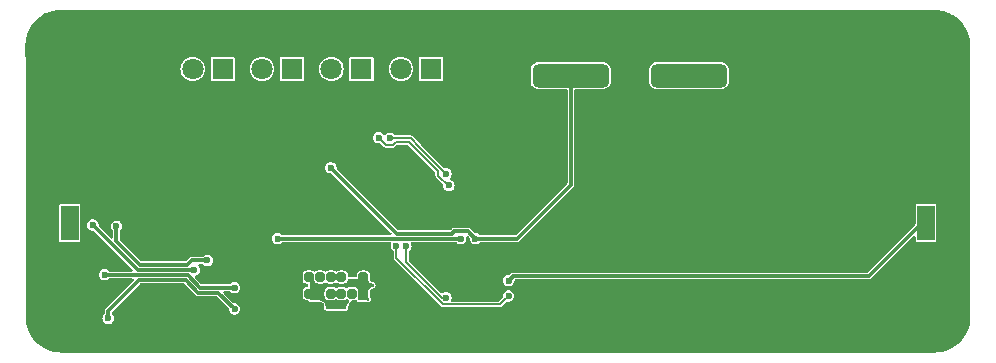
<source format=gbr>
%TF.GenerationSoftware,KiCad,Pcbnew,7.0.6-0*%
%TF.CreationDate,2023-11-12T21:55:04+01:00*%
%TF.ProjectId,smoke_extractorV1_1,736d6f6b-655f-4657-9874-726163746f72,rev?*%
%TF.SameCoordinates,Original*%
%TF.FileFunction,Copper,L2,Bot*%
%TF.FilePolarity,Positive*%
%FSLAX46Y46*%
G04 Gerber Fmt 4.6, Leading zero omitted, Abs format (unit mm)*
G04 Created by KiCad (PCBNEW 7.0.6-0) date 2023-11-12 21:55:04*
%MOMM*%
%LPD*%
G01*
G04 APERTURE LIST*
G04 Aperture macros list*
%AMRoundRect*
0 Rectangle with rounded corners*
0 $1 Rounding radius*
0 $2 $3 $4 $5 $6 $7 $8 $9 X,Y pos of 4 corners*
0 Add a 4 corners polygon primitive as box body*
4,1,4,$2,$3,$4,$5,$6,$7,$8,$9,$2,$3,0*
0 Add four circle primitives for the rounded corners*
1,1,$1+$1,$2,$3*
1,1,$1+$1,$4,$5*
1,1,$1+$1,$6,$7*
1,1,$1+$1,$8,$9*
0 Add four rect primitives between the rounded corners*
20,1,$1+$1,$2,$3,$4,$5,0*
20,1,$1+$1,$4,$5,$6,$7,0*
20,1,$1+$1,$6,$7,$8,$9,0*
20,1,$1+$1,$8,$9,$2,$3,0*%
G04 Aperture macros list end*
%TA.AperFunction,ComponentPad*%
%ADD10R,1.800000X1.800000*%
%TD*%
%TA.AperFunction,ComponentPad*%
%ADD11C,1.800000*%
%TD*%
%TA.AperFunction,ComponentPad*%
%ADD12RoundRect,0.200000X-0.200000X-0.200000X0.200000X-0.200000X0.200000X0.200000X-0.200000X0.200000X0*%
%TD*%
%TA.AperFunction,ComponentPad*%
%ADD13RoundRect,0.250000X-0.700000X-0.250000X0.700000X-0.250000X0.700000X0.250000X-0.700000X0.250000X0*%
%TD*%
%TA.AperFunction,ComponentPad*%
%ADD14C,5.700000*%
%TD*%
%TA.AperFunction,ComponentPad*%
%ADD15RoundRect,0.500000X-2.750000X-0.500000X2.750000X-0.500000X2.750000X0.500000X-2.750000X0.500000X0*%
%TD*%
%TA.AperFunction,ComponentPad*%
%ADD16R,1.500000X3.000000*%
%TD*%
%TA.AperFunction,ViaPad*%
%ADD17C,0.600000*%
%TD*%
%TA.AperFunction,Conductor*%
%ADD18C,0.300000*%
%TD*%
%TA.AperFunction,Conductor*%
%ADD19C,0.200000*%
%TD*%
G04 APERTURE END LIST*
D10*
%TO.P,D5,1,K*%
%TO.N,Net-(D2-K)*%
X98220697Y-70898060D03*
D11*
%TO.P,D5,2,A*%
%TO.N,Net-(D5-A)*%
X95680697Y-70898060D03*
%TD*%
D12*
%TO.P,U1,1,GND*%
%TO.N,VBAT-PROTECT*%
X86954275Y-88500000D03*
X86954275Y-89900000D03*
D13*
X88204275Y-87250000D03*
X88204275Y-91150000D03*
X92204275Y-87250000D03*
X92204275Y-91150000D03*
D12*
X93454275Y-88500000D03*
X93454275Y-89900000D03*
%TO.P,U1,2,VCC*%
%TO.N,VBUS*%
X87904275Y-88500000D03*
X87904275Y-89900000D03*
X92504275Y-88500000D03*
X92504275Y-89900000D03*
%TO.P,U1,3,CC1*%
%TO.N,Net-(U1-CC1)*%
X88854275Y-88500000D03*
%TO.P,U1,4,CC2*%
%TO.N,Net-(U1-CC2)*%
X91554275Y-89900000D03*
%TO.P,U1,5,D+*%
%TO.N,unconnected-(U1-D+-Pad5)*%
X89754275Y-88500000D03*
X90654275Y-89900000D03*
%TO.P,U1,6,D-*%
%TO.N,unconnected-(U1-D--Pad6)*%
X89754275Y-89900000D03*
X90654275Y-88500000D03*
%TD*%
D14*
%TO.P,H2,1,1*%
%TO.N,VBAT-PROTECT*%
X67400000Y-69400000D03*
%TD*%
D10*
%TO.P,D2,1,K*%
%TO.N,Net-(D2-K)*%
X80595697Y-70898060D03*
D11*
%TO.P,D2,2,A*%
%TO.N,Net-(D2-A)*%
X78055697Y-70898060D03*
%TD*%
D10*
%TO.P,D3,1,K*%
%TO.N,Net-(D2-K)*%
X86470697Y-70898060D03*
D11*
%TO.P,D3,2,A*%
%TO.N,Net-(D3-A)*%
X83930697Y-70898060D03*
%TD*%
D14*
%TO.P,H1,1,1*%
%TO.N,VBAT-PROTECT*%
X140400000Y-69400000D03*
%TD*%
D15*
%TO.P,U2,1,IN*%
%TO.N,+5V*%
X110072322Y-71455000D03*
%TO.P,U2,2,OUT*%
%TO.N,V5_SWITCH*%
X120072322Y-71455000D03*
%TD*%
D10*
%TO.P,D4,1,K*%
%TO.N,Net-(D2-K)*%
X92345697Y-70898060D03*
D11*
%TO.P,D4,2,A*%
%TO.N,Net-(D4-A)*%
X89805697Y-70898060D03*
%TD*%
D16*
%TO.P,U6,1,V+*%
%TO.N,VBAT+PROTECT*%
X140148053Y-83926017D03*
%TO.P,U6,2,V-*%
%TO.N,Net-(IC1-GND)*%
X67648053Y-83926017D03*
%TD*%
D17*
%TO.N,VBAT-PROTECT*%
X99500000Y-89000000D03*
X102100000Y-89800000D03*
X78750000Y-74050000D03*
X100500000Y-71750000D03*
X78750000Y-78300000D03*
X82250000Y-72750000D03*
X94000000Y-71750000D03*
X77100000Y-83900000D03*
X82250000Y-71500000D03*
X97250000Y-81000000D03*
X78750000Y-74900000D03*
X88000000Y-71500000D03*
X100500000Y-83250000D03*
X97750000Y-90250000D03*
X78750000Y-76600000D03*
X78750000Y-75750000D03*
X78750000Y-77450000D03*
%TO.N,+5V*%
X102000000Y-85250000D03*
X89750000Y-79250000D03*
%TO.N,Net-(IC1-VCC)*%
X81600000Y-89400000D03*
X70600000Y-88300000D03*
%TO.N,Net-(IC1-GND)*%
X81600000Y-91200000D03*
X70900000Y-92000000D03*
%TO.N,VBAT+PROTECT*%
X85250000Y-85250000D03*
X100750000Y-85250000D03*
X104800000Y-88800000D03*
%TO.N,Net-(U3-NEG_1)*%
X99750000Y-80750000D03*
X93800000Y-76700000D03*
%TO.N,Net-(U3-NEG_2)*%
X99500000Y-79750000D03*
X94750000Y-76750000D03*
%TO.N,Net-(U3-NEG3)*%
X96100000Y-85900000D03*
X99500000Y-90250000D03*
%TO.N,Net-(U3-NEG_4)*%
X95300000Y-85900000D03*
X104800000Y-90100000D03*
%TO.N,Net-(U5-~{CHRG})*%
X78200000Y-87900000D03*
X69600000Y-84100000D03*
%TO.N,Net-(U5-~{STDBY})*%
X71600000Y-84200000D03*
X79300000Y-87100000D03*
%TD*%
D18*
%TO.N,+5V*%
X110072322Y-80677678D02*
X110072322Y-71455000D01*
X100000000Y-84820000D02*
X95320000Y-84820000D01*
X101370000Y-84620000D02*
X100200000Y-84620000D01*
X102000000Y-85250000D02*
X101370000Y-84620000D01*
X95320000Y-84820000D02*
X89750000Y-79250000D01*
X102000000Y-85250000D02*
X105500000Y-85250000D01*
X100200000Y-84620000D02*
X100000000Y-84820000D01*
X105500000Y-85250000D02*
X110072322Y-80677678D01*
%TO.N,Net-(IC1-VCC)*%
X70630000Y-88330000D02*
X77630000Y-88330000D01*
X70600000Y-88300000D02*
X70630000Y-88330000D01*
X78700000Y-89400000D02*
X81600000Y-89400000D01*
X77630000Y-88330000D02*
X78700000Y-89400000D01*
%TO.N,Net-(IC1-GND)*%
X70900000Y-92000000D02*
X70900000Y-91350000D01*
X73490000Y-88760000D02*
X77451888Y-88760000D01*
X70900000Y-91350000D02*
X73490000Y-88760000D01*
X77451888Y-88760000D02*
X78521888Y-89830000D01*
X80230000Y-89830000D02*
X81600000Y-91200000D01*
X78521888Y-89830000D02*
X80230000Y-89830000D01*
%TO.N,VBAT+PROTECT*%
X139773983Y-83926017D02*
X140148053Y-83926017D01*
X104800000Y-88800000D02*
X105180000Y-88420000D01*
X135280000Y-88420000D02*
X139773983Y-83926017D01*
X100750000Y-85250000D02*
X85250000Y-85250000D01*
X105180000Y-88420000D02*
X135280000Y-88420000D01*
D19*
%TO.N,Net-(U3-NEG_1)*%
X95240244Y-77080000D02*
X94990244Y-77330000D01*
X96363310Y-77080000D02*
X95240244Y-77080000D01*
X99750000Y-80750000D02*
X99679756Y-80750000D01*
X98841655Y-79911899D02*
X98841655Y-79558345D01*
X98841655Y-79558345D02*
X96363310Y-77080000D01*
X99630000Y-80750000D02*
X99750000Y-80750000D01*
X94990244Y-77330000D02*
X94430000Y-77330000D01*
X99679756Y-80750000D02*
X98841655Y-79911899D01*
X94430000Y-77330000D02*
X93800000Y-76700000D01*
%TO.N,Net-(U3-NEG_2)*%
X96500000Y-76750000D02*
X94750000Y-76750000D01*
X99500000Y-79750000D02*
X97250000Y-77500000D01*
X97250000Y-77500000D02*
X96500000Y-76750000D01*
%TO.N,Net-(U3-NEG3)*%
X99500000Y-90250000D02*
X99146446Y-90250000D01*
X99146446Y-90250000D02*
X96100000Y-87203554D01*
X96100000Y-87203554D02*
X96100000Y-85900000D01*
%TO.N,Net-(U3-NEG_4)*%
X104070000Y-90830000D02*
X99259756Y-90830000D01*
X99259756Y-90830000D02*
X95300000Y-86870244D01*
X95300000Y-86870244D02*
X95300000Y-85900000D01*
X104600000Y-90300000D02*
X104070000Y-90830000D01*
D18*
%TO.N,Net-(U5-~{CHRG})*%
X73400000Y-87900000D02*
X78200000Y-87900000D01*
X69600000Y-84100000D02*
X73400000Y-87900000D01*
%TO.N,Net-(U5-~{STDBY})*%
X77600000Y-87470000D02*
X77970000Y-87100000D01*
X71600000Y-85491888D02*
X73578112Y-87470000D01*
X73578112Y-87470000D02*
X77600000Y-87470000D01*
X71600000Y-84200000D02*
X71600000Y-85491888D01*
X77970000Y-87100000D02*
X79300000Y-87100000D01*
%TD*%
%TA.AperFunction,Conductor*%
%TO.N,VBAT-PROTECT*%
G36*
X140847335Y-65900480D02*
G01*
X140847402Y-65900500D01*
X140898357Y-65900500D01*
X140901639Y-65900586D01*
X140944783Y-65902836D01*
X141031509Y-65907360D01*
X141215738Y-65917672D01*
X141221981Y-65918337D01*
X141371891Y-65941970D01*
X141535511Y-65969643D01*
X141541185Y-65970876D01*
X141692237Y-66011158D01*
X141847781Y-66055755D01*
X141852840Y-66057443D01*
X142000765Y-66113944D01*
X142148903Y-66174996D01*
X142153360Y-66177040D01*
X142295614Y-66249139D01*
X142356094Y-66282384D01*
X142435413Y-66325986D01*
X142439241Y-66328269D01*
X142573830Y-66415172D01*
X142684249Y-66493054D01*
X142703991Y-66506979D01*
X142707174Y-66509378D01*
X142831218Y-66609193D01*
X142833511Y-66611132D01*
X142951507Y-66715879D01*
X142954071Y-66718287D01*
X142987864Y-66751839D01*
X143067113Y-66830524D01*
X143069495Y-66833025D01*
X143175099Y-66950290D01*
X143177052Y-66952565D01*
X143248715Y-67040334D01*
X143277754Y-67075899D01*
X143280177Y-67079065D01*
X143372910Y-67208566D01*
X143460775Y-67342538D01*
X143463086Y-67346348D01*
X143540925Y-67485587D01*
X143614041Y-67627331D01*
X143616126Y-67631794D01*
X143678224Y-67779471D01*
X143735771Y-67926963D01*
X143737515Y-67932070D01*
X143783215Y-68087273D01*
X143824560Y-68237982D01*
X143825847Y-68243704D01*
X143854695Y-68407169D01*
X143879379Y-68556789D01*
X143880095Y-68563082D01*
X143891952Y-68751086D01*
X143899389Y-68876427D01*
X143899500Y-68880160D01*
X143899500Y-91898356D01*
X143899414Y-91901638D01*
X143892642Y-92031456D01*
X143882328Y-92215715D01*
X143881658Y-92222009D01*
X143858039Y-92371822D01*
X143830361Y-92535483D01*
X143829115Y-92541214D01*
X143788846Y-92692219D01*
X143744254Y-92847744D01*
X143742547Y-92852862D01*
X143686060Y-93000753D01*
X143625009Y-93148888D01*
X143622956Y-93153365D01*
X143550864Y-93295607D01*
X143474012Y-93435413D01*
X143471729Y-93439240D01*
X143384830Y-93573826D01*
X143293019Y-93703991D01*
X143290619Y-93707175D01*
X143190835Y-93831182D01*
X143188866Y-93833511D01*
X143084119Y-93951507D01*
X143081711Y-93954071D01*
X142969490Y-94067098D01*
X142966942Y-94069525D01*
X142849721Y-94175088D01*
X142847407Y-94177074D01*
X142724099Y-94277754D01*
X142720933Y-94280176D01*
X142591433Y-94372910D01*
X142457460Y-94460776D01*
X142453650Y-94463086D01*
X142314412Y-94540925D01*
X142172667Y-94614041D01*
X142168204Y-94616126D01*
X142020528Y-94678224D01*
X141873035Y-94735771D01*
X141867929Y-94737515D01*
X141712726Y-94783215D01*
X141562016Y-94824560D01*
X141556294Y-94825847D01*
X141392830Y-94854695D01*
X141243208Y-94879379D01*
X141236915Y-94880095D01*
X141048922Y-94891952D01*
X140923574Y-94899388D01*
X140919841Y-94899499D01*
X66911644Y-94898180D01*
X66908362Y-94898094D01*
X66776539Y-94891217D01*
X66594468Y-94881037D01*
X66588171Y-94880366D01*
X66436479Y-94856452D01*
X66274712Y-94829093D01*
X66268982Y-94827847D01*
X66116776Y-94787258D01*
X65962459Y-94743011D01*
X65957342Y-94741304D01*
X65808523Y-94684462D01*
X65661353Y-94623809D01*
X65656875Y-94621755D01*
X65513850Y-94549266D01*
X65374834Y-94472849D01*
X65371007Y-94470566D01*
X65235774Y-94383247D01*
X65106259Y-94291896D01*
X65103075Y-94289496D01*
X64978491Y-94189246D01*
X64976162Y-94187277D01*
X64858754Y-94083051D01*
X64856189Y-94080643D01*
X64742664Y-93967925D01*
X64740237Y-93965377D01*
X64635167Y-93848704D01*
X64633182Y-93846389D01*
X64532052Y-93722531D01*
X64529629Y-93719364D01*
X64437362Y-93590513D01*
X64408459Y-93546443D01*
X64349076Y-93455900D01*
X64346772Y-93452100D01*
X64269350Y-93313604D01*
X64195854Y-93171121D01*
X64193768Y-93166658D01*
X64132062Y-93019908D01*
X64110115Y-92963660D01*
X64074142Y-92871458D01*
X64072423Y-92866424D01*
X64027078Y-92712425D01*
X63985393Y-92560471D01*
X63984109Y-92554757D01*
X63971005Y-92480500D01*
X63955616Y-92393298D01*
X63930603Y-92241678D01*
X63929890Y-92235413D01*
X63918371Y-92052759D01*
X63910609Y-91921910D01*
X63910498Y-91918208D01*
X63910489Y-91899500D01*
X63907365Y-85438870D01*
X66767553Y-85438870D01*
X66775124Y-85476937D01*
X66801285Y-85516089D01*
X66803967Y-85520103D01*
X66847134Y-85548946D01*
X66885198Y-85556517D01*
X68410907Y-85556516D01*
X68448972Y-85548946D01*
X68492139Y-85520103D01*
X68520982Y-85476936D01*
X68528553Y-85438872D01*
X68528553Y-84100003D01*
X69114559Y-84100003D01*
X69134221Y-84236758D01*
X69134223Y-84236765D01*
X69191621Y-84362449D01*
X69282104Y-84466872D01*
X69398341Y-84541573D01*
X69530915Y-84580500D01*
X69631623Y-84580500D01*
X69699744Y-84600502D01*
X69720718Y-84617405D01*
X72937718Y-87834405D01*
X72971744Y-87896717D01*
X72966679Y-87967532D01*
X72924132Y-88024368D01*
X72857612Y-88049179D01*
X72848623Y-88049500D01*
X71076275Y-88049500D01*
X71008154Y-88029498D01*
X70981050Y-88006012D01*
X70954903Y-87975837D01*
X70917896Y-87933128D01*
X70917895Y-87933127D01*
X70859777Y-87895777D01*
X70801659Y-87858427D01*
X70669085Y-87819500D01*
X70530915Y-87819500D01*
X70398343Y-87858426D01*
X70398339Y-87858428D01*
X70282104Y-87933127D01*
X70191621Y-88037550D01*
X70134223Y-88163234D01*
X70134221Y-88163241D01*
X70114559Y-88299996D01*
X70114559Y-88300003D01*
X70134221Y-88436758D01*
X70134223Y-88436765D01*
X70191621Y-88562449D01*
X70282104Y-88666872D01*
X70398341Y-88741573D01*
X70530915Y-88780500D01*
X70669085Y-88780500D01*
X70801659Y-88741573D01*
X70917896Y-88666872D01*
X70929061Y-88653986D01*
X70988787Y-88615604D01*
X71024285Y-88610500D01*
X72938623Y-88610500D01*
X73006744Y-88630502D01*
X73053237Y-88684158D01*
X73063341Y-88754432D01*
X73033847Y-88819012D01*
X73027719Y-88825593D01*
X71866704Y-89986608D01*
X70743390Y-91109922D01*
X70736805Y-91115653D01*
X70728033Y-91122277D01*
X70698054Y-91155161D01*
X70696050Y-91157261D01*
X70683274Y-91170039D01*
X70683267Y-91170046D01*
X70682048Y-91171826D01*
X70676641Y-91178649D01*
X70657386Y-91199773D01*
X70657380Y-91199782D01*
X70655472Y-91204707D01*
X70641940Y-91230378D01*
X70638957Y-91234732D01*
X70638954Y-91234740D01*
X70632409Y-91262567D01*
X70629826Y-91270907D01*
X70619500Y-91297564D01*
X70619500Y-91302837D01*
X70616154Y-91331678D01*
X70614960Y-91336758D01*
X70614945Y-91336822D01*
X70618895Y-91365140D01*
X70619500Y-91373854D01*
X70619500Y-91543181D01*
X70599498Y-91611302D01*
X70587143Y-91625571D01*
X70588005Y-91626318D01*
X70491621Y-91737550D01*
X70434223Y-91863234D01*
X70434221Y-91863241D01*
X70414559Y-91999996D01*
X70414559Y-92000003D01*
X70434221Y-92136758D01*
X70434223Y-92136765D01*
X70491621Y-92262449D01*
X70582104Y-92366872D01*
X70698341Y-92441573D01*
X70830915Y-92480500D01*
X70969085Y-92480500D01*
X71101659Y-92441573D01*
X71217896Y-92366872D01*
X71308379Y-92262449D01*
X71365777Y-92136765D01*
X71377312Y-92056541D01*
X71385441Y-92000003D01*
X71385441Y-91999996D01*
X71365778Y-91863241D01*
X71365777Y-91863240D01*
X71365777Y-91863235D01*
X71308379Y-91737551D01*
X71217896Y-91633128D01*
X71217895Y-91633127D01*
X71211995Y-91626318D01*
X71214697Y-91623976D01*
X71185576Y-91578585D01*
X71180500Y-91543181D01*
X71180500Y-91518376D01*
X71200502Y-91450255D01*
X71217405Y-91429281D01*
X73569282Y-89077405D01*
X73631594Y-89043379D01*
X73658377Y-89040500D01*
X77283511Y-89040500D01*
X77351632Y-89060502D01*
X77372605Y-89077405D01*
X78281816Y-89986615D01*
X78287543Y-89993196D01*
X78294165Y-90001965D01*
X78327059Y-90031952D01*
X78329143Y-90033942D01*
X78341925Y-90046724D01*
X78343689Y-90047932D01*
X78350542Y-90053359D01*
X78371666Y-90072617D01*
X78376584Y-90074522D01*
X78402273Y-90088063D01*
X78406626Y-90091045D01*
X78434468Y-90097592D01*
X78442786Y-90100168D01*
X78469453Y-90110500D01*
X78474725Y-90110500D01*
X78503573Y-90113847D01*
X78508709Y-90115055D01*
X78527093Y-90112490D01*
X78537028Y-90111105D01*
X78545742Y-90110500D01*
X80061623Y-90110500D01*
X80129744Y-90130502D01*
X80150718Y-90147405D01*
X81081117Y-91077804D01*
X81115143Y-91140116D01*
X81116740Y-91184828D01*
X81114559Y-91199999D01*
X81114559Y-91200003D01*
X81134221Y-91336758D01*
X81134223Y-91336765D01*
X81191621Y-91462449D01*
X81282104Y-91566872D01*
X81398341Y-91641573D01*
X81530915Y-91680500D01*
X81669085Y-91680500D01*
X81801659Y-91641573D01*
X81917896Y-91566872D01*
X82008379Y-91462449D01*
X82065777Y-91336765D01*
X82069842Y-91308491D01*
X82085441Y-91200003D01*
X82085441Y-91199996D01*
X82065778Y-91063241D01*
X82065777Y-91063240D01*
X82065777Y-91063235D01*
X82008379Y-90937551D01*
X81917896Y-90833128D01*
X81917895Y-90833127D01*
X81826756Y-90774556D01*
X81801659Y-90758427D01*
X81669085Y-90719500D01*
X81568377Y-90719500D01*
X81500256Y-90699498D01*
X81479282Y-90682595D01*
X80696687Y-89900000D01*
X87318766Y-89900000D01*
X87338717Y-90051541D01*
X87358789Y-90100000D01*
X87366936Y-90119667D01*
X87375449Y-90151440D01*
X87380111Y-90186857D01*
X87429369Y-90292492D01*
X87511782Y-90374905D01*
X87511783Y-90374905D01*
X87511784Y-90374906D01*
X87617416Y-90424163D01*
X87652833Y-90428825D01*
X87684601Y-90437336D01*
X87752734Y-90465558D01*
X87806620Y-90472652D01*
X87871547Y-90501374D01*
X87885399Y-90515062D01*
X87896602Y-90527991D01*
X87902292Y-90536187D01*
X87933414Y-90556187D01*
X87969704Y-90579509D01*
X88037825Y-90599511D01*
X88075996Y-90604999D01*
X88075998Y-90605000D01*
X88076000Y-90605000D01*
X88683428Y-90605000D01*
X88691027Y-90605460D01*
X88735276Y-90610831D01*
X88770468Y-90615103D01*
X88799961Y-90622373D01*
X88819366Y-90629732D01*
X88841175Y-90638005D01*
X88841179Y-90638006D01*
X88864806Y-90644593D01*
X88909487Y-90652781D01*
X88923361Y-90654041D01*
X88926703Y-90654437D01*
X88954375Y-90658469D01*
X88991542Y-90669952D01*
X89029718Y-90688615D01*
X89063474Y-90712717D01*
X89091555Y-90740798D01*
X89115658Y-90774556D01*
X89134313Y-90812717D01*
X89145791Y-90849838D01*
X89146093Y-90851905D01*
X89144982Y-90859754D01*
X89151122Y-90887547D01*
X89151940Y-90892010D01*
X89152328Y-90894660D01*
X89154727Y-90911124D01*
X89155109Y-90911631D01*
X89160246Y-90928929D01*
X89161212Y-90933314D01*
X89162730Y-90937336D01*
X89164810Y-90944310D01*
X89165608Y-90947241D01*
X89195613Y-91068973D01*
X89199275Y-91099128D01*
X89199275Y-91124000D01*
X89199275Y-91124005D01*
X89199276Y-91124016D01*
X89202368Y-91152787D01*
X89202369Y-91152795D01*
X89213757Y-91205145D01*
X89243755Y-91265073D01*
X89281377Y-91308491D01*
X89287067Y-91316687D01*
X89310402Y-91331683D01*
X89354479Y-91360009D01*
X89422600Y-91380011D01*
X89460771Y-91385499D01*
X89460773Y-91385500D01*
X89460775Y-91385500D01*
X90947768Y-91385500D01*
X90947775Y-91385500D01*
X90959860Y-91384200D01*
X90976562Y-91382406D01*
X90976570Y-91382405D01*
X90976572Y-91382404D01*
X90976577Y-91382404D01*
X91028919Y-91371018D01*
X91088850Y-91341018D01*
X91132269Y-91303394D01*
X91140462Y-91297706D01*
X91142506Y-91294525D01*
X91142507Y-91294525D01*
X91183784Y-91230296D01*
X91203786Y-91162175D01*
X91209275Y-91124000D01*
X91209275Y-91099121D01*
X91212936Y-91068970D01*
X91217703Y-91049627D01*
X91242950Y-90947192D01*
X91243724Y-90944355D01*
X91245747Y-90937574D01*
X91246655Y-90936175D01*
X91248010Y-90930064D01*
X91248153Y-90929514D01*
X91248173Y-90929449D01*
X91248316Y-90928800D01*
X91252304Y-90921551D01*
X91255903Y-90896847D01*
X91255911Y-90896812D01*
X91256593Y-90892117D01*
X91257424Y-90887569D01*
X91261268Y-90870169D01*
X91261130Y-90869694D01*
X91262442Y-90851963D01*
X91262741Y-90849907D01*
X91274229Y-90812728D01*
X91292890Y-90774556D01*
X91316992Y-90740797D01*
X91357524Y-90700268D01*
X91359705Y-90697849D01*
X91362211Y-90695071D01*
X91362209Y-90695072D01*
X91380767Y-90672230D01*
X91405303Y-90625995D01*
X91422215Y-90570041D01*
X91461072Y-90510624D01*
X91525885Y-90481644D01*
X91542826Y-90480500D01*
X91592315Y-90480500D01*
X91592322Y-90480500D01*
X91705816Y-90465558D01*
X91773880Y-90437364D01*
X91844469Y-90429776D01*
X91907956Y-90461555D01*
X91921556Y-90477827D01*
X91927402Y-90484574D01*
X91927403Y-90484575D01*
X91951556Y-90512449D01*
X91965023Y-90527991D01*
X91970713Y-90536187D01*
X92001835Y-90556187D01*
X92038125Y-90579509D01*
X92106246Y-90599511D01*
X92144417Y-90604999D01*
X92144419Y-90605000D01*
X92144421Y-90605000D01*
X92683427Y-90605000D01*
X92691026Y-90605460D01*
X92777661Y-90615977D01*
X92785910Y-90617542D01*
X92818459Y-90625993D01*
X92818465Y-90625994D01*
X92818473Y-90625996D01*
X92872141Y-90633863D01*
X92872144Y-90633862D01*
X92872146Y-90633863D01*
X92939140Y-90626753D01*
X92939142Y-90626752D01*
X92939146Y-90626752D01*
X93005666Y-90601941D01*
X93066786Y-90556187D01*
X93109333Y-90499351D01*
X93136015Y-90427816D01*
X93141080Y-90357001D01*
X93141080Y-90356998D01*
X93124849Y-90282393D01*
X93121138Y-90275597D01*
X93119340Y-90272040D01*
X93079618Y-90186857D01*
X93069924Y-90166068D01*
X93059192Y-90129216D01*
X93059209Y-90129344D01*
X93058916Y-90127570D01*
X93066824Y-90058804D01*
X93069080Y-90053360D01*
X93069833Y-90051541D01*
X93089784Y-89900000D01*
X93069833Y-89748459D01*
X93066821Y-89741189D01*
X93058910Y-89672461D01*
X93059209Y-89670649D01*
X93059198Y-89670736D01*
X93069926Y-89633927D01*
X93082687Y-89606560D01*
X93107784Y-89570716D01*
X93124991Y-89553509D01*
X93160835Y-89528412D01*
X93188202Y-89515651D01*
X93225011Y-89504923D01*
X93224930Y-89504934D01*
X93224927Y-89504934D01*
X93227690Y-89504384D01*
X93233619Y-89503205D01*
X93273960Y-89492396D01*
X93282361Y-89489544D01*
X93282364Y-89489542D01*
X93282369Y-89489541D01*
X93282368Y-89489541D01*
X93343696Y-89464137D01*
X93346493Y-89463055D01*
X93349779Y-89461873D01*
X93349800Y-89461867D01*
X93372195Y-89453815D01*
X93415084Y-89428708D01*
X93468738Y-89382213D01*
X93468739Y-89382212D01*
X93510014Y-89317981D01*
X93530013Y-89249860D01*
X93535500Y-89211685D01*
X93535499Y-89185470D01*
X93535264Y-89179831D01*
X93533284Y-89156129D01*
X93520135Y-89108202D01*
X93489114Y-89044342D01*
X93437758Y-88987848D01*
X93437756Y-88987846D01*
X93424582Y-88979816D01*
X93424567Y-88979800D01*
X93387941Y-88957481D01*
X93383137Y-88952198D01*
X93380100Y-88950940D01*
X93362739Y-88942120D01*
X93358693Y-88939653D01*
X93352772Y-88939371D01*
X93345721Y-88936690D01*
X93313535Y-88923339D01*
X93313270Y-88923258D01*
X93304197Y-88919500D01*
X93282356Y-88910453D01*
X93282348Y-88910450D01*
X93282345Y-88910449D01*
X93282344Y-88910449D01*
X93273955Y-88907601D01*
X93273954Y-88907600D01*
X93233624Y-88896795D01*
X93224916Y-88895063D01*
X93224988Y-88895073D01*
X93188202Y-88884347D01*
X93160832Y-88871584D01*
X93124990Y-88846486D01*
X93107787Y-88829283D01*
X93082687Y-88793436D01*
X93068826Y-88763710D01*
X93059669Y-88736158D01*
X93059263Y-88734209D01*
X93064952Y-88663440D01*
X93066209Y-88660289D01*
X93069833Y-88651541D01*
X93089784Y-88500000D01*
X93069833Y-88348459D01*
X93041611Y-88280326D01*
X93033100Y-88248556D01*
X93031779Y-88238525D01*
X93028438Y-88213141D01*
X92979181Y-88107509D01*
X92979180Y-88107508D01*
X92979180Y-88107507D01*
X92896767Y-88025094D01*
X92791132Y-87975836D01*
X92755716Y-87971174D01*
X92723944Y-87962661D01*
X92655816Y-87934442D01*
X92542324Y-87919500D01*
X92542322Y-87919500D01*
X92466228Y-87919500D01*
X92466225Y-87919500D01*
X92352733Y-87934442D01*
X92284605Y-87962661D01*
X92252834Y-87971174D01*
X92217417Y-87975836D01*
X92111782Y-88025094D01*
X92029369Y-88107507D01*
X91980111Y-88213142D01*
X91975449Y-88248559D01*
X91966936Y-88280330D01*
X91938717Y-88348458D01*
X91931280Y-88404947D01*
X91902557Y-88469874D01*
X91843292Y-88508965D01*
X91806358Y-88514500D01*
X91352192Y-88514500D01*
X91284071Y-88494498D01*
X91237578Y-88440842D01*
X91227270Y-88404947D01*
X91219833Y-88348460D01*
X91219833Y-88348459D01*
X91191611Y-88280326D01*
X91183100Y-88248556D01*
X91181779Y-88238525D01*
X91178438Y-88213141D01*
X91129181Y-88107509D01*
X91129180Y-88107508D01*
X91129180Y-88107507D01*
X91046767Y-88025094D01*
X90941132Y-87975836D01*
X90905716Y-87971174D01*
X90873944Y-87962661D01*
X90805816Y-87934442D01*
X90692324Y-87919500D01*
X90692322Y-87919500D01*
X90616228Y-87919500D01*
X90616225Y-87919500D01*
X90502733Y-87934442D01*
X90434605Y-87962661D01*
X90402834Y-87971174D01*
X90367417Y-87975836D01*
X90257525Y-88027080D01*
X90187333Y-88037741D01*
X90151025Y-88027080D01*
X90041132Y-87975836D01*
X90005716Y-87971174D01*
X89973944Y-87962661D01*
X89905816Y-87934442D01*
X89792324Y-87919500D01*
X89792322Y-87919500D01*
X89716228Y-87919500D01*
X89716225Y-87919500D01*
X89602733Y-87934442D01*
X89534605Y-87962661D01*
X89502834Y-87971174D01*
X89467417Y-87975836D01*
X89357525Y-88027080D01*
X89287333Y-88037741D01*
X89251025Y-88027080D01*
X89141132Y-87975836D01*
X89105716Y-87971174D01*
X89073944Y-87962661D01*
X89005816Y-87934442D01*
X88892324Y-87919500D01*
X88892322Y-87919500D01*
X88816228Y-87919500D01*
X88816225Y-87919500D01*
X88702733Y-87934442D01*
X88634605Y-87962661D01*
X88602834Y-87971174D01*
X88567417Y-87975836D01*
X88461782Y-88025094D01*
X88452755Y-88031416D01*
X88450535Y-88028245D01*
X88406058Y-88052533D01*
X88335243Y-88047468D01*
X88307182Y-88029434D01*
X88305795Y-88031416D01*
X88296767Y-88025094D01*
X88191132Y-87975836D01*
X88155716Y-87971174D01*
X88123944Y-87962661D01*
X88055816Y-87934442D01*
X87942324Y-87919500D01*
X87942322Y-87919500D01*
X87866228Y-87919500D01*
X87866225Y-87919500D01*
X87752733Y-87934442D01*
X87684605Y-87962661D01*
X87652834Y-87971174D01*
X87617417Y-87975836D01*
X87511782Y-88025094D01*
X87429369Y-88107507D01*
X87380111Y-88213142D01*
X87375449Y-88248559D01*
X87366936Y-88280330D01*
X87338717Y-88348458D01*
X87326522Y-88441091D01*
X87318766Y-88500000D01*
X87338717Y-88651541D01*
X87352227Y-88684158D01*
X87366936Y-88719667D01*
X87375449Y-88751440D01*
X87380111Y-88786857D01*
X87429369Y-88892492D01*
X87511782Y-88974905D01*
X87511783Y-88974905D01*
X87511784Y-88974906D01*
X87617416Y-89024163D01*
X87652833Y-89028825D01*
X87684603Y-89037337D01*
X87736718Y-89058924D01*
X87791998Y-89103471D01*
X87814420Y-89170834D01*
X87814500Y-89175332D01*
X87814500Y-89224667D01*
X87794498Y-89292788D01*
X87740842Y-89339281D01*
X87736717Y-89341076D01*
X87684605Y-89362661D01*
X87652834Y-89371174D01*
X87617417Y-89375836D01*
X87511782Y-89425094D01*
X87429369Y-89507507D01*
X87380111Y-89613142D01*
X87375449Y-89648559D01*
X87366936Y-89680330D01*
X87338717Y-89748458D01*
X87327550Y-89833283D01*
X87318766Y-89900000D01*
X80696687Y-89900000D01*
X80692282Y-89895595D01*
X80658256Y-89833283D01*
X80663321Y-89762468D01*
X80705868Y-89705632D01*
X80772388Y-89680821D01*
X80781377Y-89680500D01*
X81149720Y-89680500D01*
X81217841Y-89700502D01*
X81244944Y-89723988D01*
X81282101Y-89766870D01*
X81282103Y-89766871D01*
X81282104Y-89766872D01*
X81398341Y-89841573D01*
X81530915Y-89880500D01*
X81669085Y-89880500D01*
X81801659Y-89841573D01*
X81917896Y-89766872D01*
X82008379Y-89662449D01*
X82065777Y-89536765D01*
X82072156Y-89492396D01*
X82085441Y-89400003D01*
X82085441Y-89399996D01*
X82065778Y-89263241D01*
X82065777Y-89263240D01*
X82065777Y-89263235D01*
X82008379Y-89137551D01*
X81917896Y-89033128D01*
X81917895Y-89033127D01*
X81859777Y-88995777D01*
X81801659Y-88958427D01*
X81798437Y-88957481D01*
X81669085Y-88919500D01*
X81530915Y-88919500D01*
X81398343Y-88958426D01*
X81398339Y-88958428D01*
X81282103Y-89033128D01*
X81282101Y-89033129D01*
X81244944Y-89076012D01*
X81185218Y-89114396D01*
X81149720Y-89119500D01*
X78868377Y-89119500D01*
X78800256Y-89099498D01*
X78779282Y-89082595D01*
X78270905Y-88574218D01*
X78236879Y-88511906D01*
X78241944Y-88441091D01*
X78284491Y-88384255D01*
X78324493Y-88364230D01*
X78401659Y-88341573D01*
X78517896Y-88266872D01*
X78608379Y-88162449D01*
X78665777Y-88036765D01*
X78674537Y-87975837D01*
X78685441Y-87900003D01*
X78685441Y-87899996D01*
X78665778Y-87763241D01*
X78665777Y-87763240D01*
X78665777Y-87763235D01*
X78608379Y-87637551D01*
X78566320Y-87589012D01*
X78536827Y-87524431D01*
X78546931Y-87454157D01*
X78593424Y-87400502D01*
X78661545Y-87380500D01*
X78849720Y-87380500D01*
X78917841Y-87400502D01*
X78944944Y-87423988D01*
X78982101Y-87466870D01*
X78982103Y-87466871D01*
X78982104Y-87466872D01*
X79098341Y-87541573D01*
X79230915Y-87580500D01*
X79369085Y-87580500D01*
X79501659Y-87541573D01*
X79617896Y-87466872D01*
X79708379Y-87362449D01*
X79765777Y-87236765D01*
X79785441Y-87100000D01*
X79785441Y-87099996D01*
X79765778Y-86963241D01*
X79765777Y-86963240D01*
X79765777Y-86963235D01*
X79708379Y-86837551D01*
X79617896Y-86733128D01*
X79617895Y-86733127D01*
X79559777Y-86695777D01*
X79501659Y-86658427D01*
X79369085Y-86619500D01*
X79230915Y-86619500D01*
X79098343Y-86658426D01*
X79098339Y-86658428D01*
X78982103Y-86733128D01*
X78982101Y-86733129D01*
X78944944Y-86776012D01*
X78885218Y-86814396D01*
X78849720Y-86819500D01*
X78029010Y-86819500D01*
X78020293Y-86818895D01*
X78009424Y-86817378D01*
X78009423Y-86817378D01*
X77964969Y-86819433D01*
X77962059Y-86819500D01*
X77944007Y-86819500D01*
X77944005Y-86819500D01*
X77943989Y-86819501D01*
X77941873Y-86819897D01*
X77933218Y-86820900D01*
X77904671Y-86822220D01*
X77904659Y-86822223D01*
X77899828Y-86824356D01*
X77872113Y-86832938D01*
X77866920Y-86833909D01*
X77866912Y-86833912D01*
X77842613Y-86848958D01*
X77834888Y-86853029D01*
X77808736Y-86864577D01*
X77808732Y-86864580D01*
X77804998Y-86868314D01*
X77782249Y-86886333D01*
X77777757Y-86889114D01*
X77777753Y-86889118D01*
X77760523Y-86911933D01*
X77754791Y-86918520D01*
X77520718Y-87152595D01*
X77458406Y-87186620D01*
X77431622Y-87189500D01*
X73746489Y-87189500D01*
X73678368Y-87169498D01*
X73657394Y-87152595D01*
X71917405Y-85412606D01*
X71883379Y-85350294D01*
X71880500Y-85323511D01*
X71880500Y-85250003D01*
X84764559Y-85250003D01*
X84784221Y-85386758D01*
X84784223Y-85386765D01*
X84841621Y-85512449D01*
X84932104Y-85616872D01*
X85048341Y-85691573D01*
X85180915Y-85730500D01*
X85319085Y-85730500D01*
X85451659Y-85691573D01*
X85567896Y-85616872D01*
X85578913Y-85604158D01*
X85605056Y-85573988D01*
X85664782Y-85535604D01*
X85700280Y-85530500D01*
X94744450Y-85530500D01*
X94812571Y-85550502D01*
X94859064Y-85604158D01*
X94869168Y-85674432D01*
X94859064Y-85708838D01*
X94849173Y-85730500D01*
X94834223Y-85763235D01*
X94834221Y-85763241D01*
X94814559Y-85899996D01*
X94814559Y-85900003D01*
X94834221Y-86036758D01*
X94834223Y-86036765D01*
X94891621Y-86162449D01*
X94977881Y-86261999D01*
X94982104Y-86266872D01*
X95011621Y-86285841D01*
X95058113Y-86339496D01*
X95069500Y-86391839D01*
X95069500Y-86862547D01*
X95069414Y-86865819D01*
X95068743Y-86878644D01*
X95067251Y-86907108D01*
X95074755Y-86926656D01*
X95080368Y-86945605D01*
X95083069Y-86958314D01*
X95084723Y-86966093D01*
X95085935Y-86967760D01*
X95101628Y-86996662D01*
X95102365Y-86998583D01*
X95102369Y-86998589D01*
X95117166Y-87013386D01*
X95130007Y-87028420D01*
X95142319Y-87045366D01*
X95144103Y-87046396D01*
X95170203Y-87066423D01*
X99091336Y-90987556D01*
X99093573Y-90989913D01*
X99107894Y-91005818D01*
X99121244Y-91020645D01*
X99140370Y-91029160D01*
X99157750Y-91038596D01*
X99175306Y-91049998D01*
X99177337Y-91050319D01*
X99208884Y-91059663D01*
X99210762Y-91060500D01*
X99231689Y-91060500D01*
X99251398Y-91062051D01*
X99255800Y-91062748D01*
X99272089Y-91065328D01*
X99274081Y-91064794D01*
X99306694Y-91060500D01*
X104062303Y-91060500D01*
X104065575Y-91060585D01*
X104106864Y-91062749D01*
X104126408Y-91055245D01*
X104145370Y-91049628D01*
X104165847Y-91045277D01*
X104167509Y-91044068D01*
X104196429Y-91028366D01*
X104198344Y-91027632D01*
X104213148Y-91012827D01*
X104228176Y-90999991D01*
X104245122Y-90987681D01*
X104246155Y-90985891D01*
X104266176Y-90959798D01*
X104612007Y-90613967D01*
X104674317Y-90579943D01*
X104721648Y-90581639D01*
X104721997Y-90579218D01*
X104730913Y-90580500D01*
X104730915Y-90580500D01*
X104869085Y-90580500D01*
X105001659Y-90541573D01*
X105117896Y-90466872D01*
X105208379Y-90362449D01*
X105265777Y-90236765D01*
X105266067Y-90234741D01*
X105285441Y-90100003D01*
X105285441Y-90099996D01*
X105265778Y-89963241D01*
X105265777Y-89963240D01*
X105265777Y-89963235D01*
X105208379Y-89837551D01*
X105117896Y-89733128D01*
X105117895Y-89733127D01*
X105036005Y-89680500D01*
X105001659Y-89658427D01*
X104968051Y-89648559D01*
X104869085Y-89619500D01*
X104730915Y-89619500D01*
X104598343Y-89658426D01*
X104598339Y-89658428D01*
X104482104Y-89733127D01*
X104391621Y-89837550D01*
X104334223Y-89963234D01*
X104334221Y-89963241D01*
X104314559Y-90099996D01*
X104314559Y-90100003D01*
X104325628Y-90176989D01*
X104315525Y-90247263D01*
X104290007Y-90284016D01*
X104011426Y-90562596D01*
X103949116Y-90596620D01*
X103922333Y-90599500D01*
X100064684Y-90599500D01*
X99996563Y-90579498D01*
X99950070Y-90525842D01*
X99939966Y-90455568D01*
X99950070Y-90421158D01*
X99952825Y-90415126D01*
X99965777Y-90386765D01*
X99969273Y-90362449D01*
X99985441Y-90250003D01*
X99985441Y-90249996D01*
X99965778Y-90113241D01*
X99965777Y-90113240D01*
X99965777Y-90113235D01*
X99908379Y-89987551D01*
X99817896Y-89883128D01*
X99817895Y-89883127D01*
X99746975Y-89837550D01*
X99701659Y-89808427D01*
X99569085Y-89769500D01*
X99430915Y-89769500D01*
X99298343Y-89808426D01*
X99298335Y-89808429D01*
X99220917Y-89858183D01*
X99152796Y-89878185D01*
X99084676Y-89858183D01*
X99063702Y-89841280D01*
X98022425Y-88800003D01*
X104314559Y-88800003D01*
X104334221Y-88936758D01*
X104334223Y-88936764D01*
X104334223Y-88936765D01*
X104391621Y-89062449D01*
X104482104Y-89166872D01*
X104598341Y-89241573D01*
X104730915Y-89280500D01*
X104869085Y-89280500D01*
X105001659Y-89241573D01*
X105117896Y-89166872D01*
X105208379Y-89062449D01*
X105265777Y-88936765D01*
X105284209Y-88808565D01*
X105313701Y-88743988D01*
X105373427Y-88705604D01*
X105408926Y-88700500D01*
X135220990Y-88700500D01*
X135229707Y-88701105D01*
X135240570Y-88702620D01*
X135240576Y-88702622D01*
X135277736Y-88700904D01*
X135285031Y-88700567D01*
X135287941Y-88700500D01*
X135305983Y-88700500D01*
X135305993Y-88700500D01*
X135308105Y-88700105D01*
X135316750Y-88699100D01*
X135345333Y-88697779D01*
X135350154Y-88695650D01*
X135377893Y-88687059D01*
X135383084Y-88686089D01*
X135407391Y-88671037D01*
X135415112Y-88666967D01*
X135441266Y-88655421D01*
X135444995Y-88651691D01*
X135467760Y-88633659D01*
X135472245Y-88630883D01*
X135489480Y-88608058D01*
X135495196Y-88601489D01*
X139052460Y-85044224D01*
X139114770Y-85010200D01*
X139185585Y-85015265D01*
X139242421Y-85057812D01*
X139267232Y-85124332D01*
X139267553Y-85133321D01*
X139267553Y-85438870D01*
X139275124Y-85476937D01*
X139301285Y-85516089D01*
X139303967Y-85520103D01*
X139347134Y-85548946D01*
X139385198Y-85556517D01*
X140910907Y-85556516D01*
X140948972Y-85548946D01*
X140992139Y-85520103D01*
X141020982Y-85476936D01*
X141028553Y-85438872D01*
X141028552Y-82413163D01*
X141020982Y-82375098D01*
X140992139Y-82331931D01*
X140948972Y-82303088D01*
X140929939Y-82299302D01*
X140910909Y-82295517D01*
X139385199Y-82295517D01*
X139347132Y-82303088D01*
X139303967Y-82331930D01*
X139275124Y-82375098D01*
X139267553Y-82413157D01*
X139267553Y-83983569D01*
X139247551Y-84051690D01*
X139230648Y-84072664D01*
X135200718Y-88102595D01*
X135138406Y-88136621D01*
X135111623Y-88139500D01*
X105239010Y-88139500D01*
X105230293Y-88138895D01*
X105219424Y-88137378D01*
X105219423Y-88137378D01*
X105174969Y-88139433D01*
X105172059Y-88139500D01*
X105154007Y-88139500D01*
X105154005Y-88139500D01*
X105153989Y-88139501D01*
X105151873Y-88139897D01*
X105143218Y-88140900D01*
X105114668Y-88142220D01*
X105114660Y-88142222D01*
X105109835Y-88144353D01*
X105082108Y-88152940D01*
X105076918Y-88153910D01*
X105076915Y-88153911D01*
X105052605Y-88168962D01*
X105044883Y-88173033D01*
X105018733Y-88184580D01*
X105018729Y-88184582D01*
X105014997Y-88188315D01*
X104992249Y-88206333D01*
X104987758Y-88209113D01*
X104987752Y-88209119D01*
X104970521Y-88231936D01*
X104964788Y-88238525D01*
X104920717Y-88282595D01*
X104858408Y-88316620D01*
X104831623Y-88319500D01*
X104730915Y-88319500D01*
X104598343Y-88358426D01*
X104598339Y-88358428D01*
X104482104Y-88433127D01*
X104391621Y-88537550D01*
X104334223Y-88663234D01*
X104334221Y-88663241D01*
X104314559Y-88799996D01*
X104314559Y-88800003D01*
X98022425Y-88800003D01*
X97738418Y-88515996D01*
X96367405Y-87144982D01*
X96333379Y-87082670D01*
X96330500Y-87055887D01*
X96330500Y-86391839D01*
X96350502Y-86323718D01*
X96388377Y-86285842D01*
X96417896Y-86266872D01*
X96508379Y-86162449D01*
X96565777Y-86036765D01*
X96585441Y-85900000D01*
X96585441Y-85899996D01*
X96565778Y-85763241D01*
X96565777Y-85763240D01*
X96565777Y-85763235D01*
X96540935Y-85708840D01*
X96530832Y-85638569D01*
X96560325Y-85573988D01*
X96620052Y-85535604D01*
X96655550Y-85530500D01*
X100299720Y-85530500D01*
X100367841Y-85550502D01*
X100394944Y-85573988D01*
X100432101Y-85616870D01*
X100432103Y-85616871D01*
X100432104Y-85616872D01*
X100548341Y-85691573D01*
X100680915Y-85730500D01*
X100819085Y-85730500D01*
X100951659Y-85691573D01*
X101067896Y-85616872D01*
X101158379Y-85512449D01*
X101215777Y-85386765D01*
X101235441Y-85250000D01*
X101235440Y-85249996D01*
X101230243Y-85213846D01*
X101227543Y-85195069D01*
X101237646Y-85124796D01*
X101284138Y-85071140D01*
X101352259Y-85051137D01*
X101420380Y-85071138D01*
X101441355Y-85088042D01*
X101481117Y-85127804D01*
X101515143Y-85190116D01*
X101516740Y-85234828D01*
X101514559Y-85249999D01*
X101514559Y-85250003D01*
X101534221Y-85386758D01*
X101534223Y-85386765D01*
X101591621Y-85512449D01*
X101682104Y-85616872D01*
X101798341Y-85691573D01*
X101930915Y-85730500D01*
X102069085Y-85730500D01*
X102201659Y-85691573D01*
X102317896Y-85616872D01*
X102328913Y-85604158D01*
X102355056Y-85573988D01*
X102414782Y-85535604D01*
X102450280Y-85530500D01*
X105440990Y-85530500D01*
X105449707Y-85531105D01*
X105460570Y-85532620D01*
X105460576Y-85532622D01*
X105497736Y-85530904D01*
X105505031Y-85530567D01*
X105507941Y-85530500D01*
X105525983Y-85530500D01*
X105525993Y-85530500D01*
X105528105Y-85530105D01*
X105536750Y-85529100D01*
X105565333Y-85527779D01*
X105570154Y-85525650D01*
X105597893Y-85517059D01*
X105603084Y-85516089D01*
X105627391Y-85501037D01*
X105635112Y-85496967D01*
X105661266Y-85485421D01*
X105664995Y-85481691D01*
X105687760Y-85463659D01*
X105692245Y-85460883D01*
X105709480Y-85438058D01*
X105715196Y-85431489D01*
X110228941Y-80917743D01*
X110235518Y-80912021D01*
X110244284Y-80905401D01*
X110244289Y-80905399D01*
X110274305Y-80872471D01*
X110276256Y-80870428D01*
X110289045Y-80857641D01*
X110290252Y-80855878D01*
X110295666Y-80849040D01*
X110314939Y-80827900D01*
X110316841Y-80822987D01*
X110330384Y-80797293D01*
X110333367Y-80792940D01*
X110339912Y-80765108D01*
X110342491Y-80756775D01*
X110352822Y-80730113D01*
X110352822Y-80724841D01*
X110356169Y-80695993D01*
X110357377Y-80690856D01*
X110353427Y-80662537D01*
X110352822Y-80653823D01*
X110352822Y-72711500D01*
X110372824Y-72643379D01*
X110426480Y-72596886D01*
X110478822Y-72585500D01*
X112885998Y-72585500D01*
X112909823Y-72583624D01*
X112921738Y-72582687D01*
X113074714Y-72538243D01*
X113211831Y-72457152D01*
X113324474Y-72344509D01*
X113405565Y-72207392D01*
X113450009Y-72054416D01*
X113452822Y-72018676D01*
X116691822Y-72018676D01*
X116694634Y-72054414D01*
X116694634Y-72054415D01*
X116739080Y-72207395D01*
X116820167Y-72344505D01*
X116820172Y-72344512D01*
X116932809Y-72457149D01*
X116932816Y-72457154D01*
X117069926Y-72538241D01*
X117069927Y-72538241D01*
X117069930Y-72538243D01*
X117222906Y-72582687D01*
X117230054Y-72583249D01*
X117258646Y-72585500D01*
X117258650Y-72585500D01*
X122885998Y-72585500D01*
X122909823Y-72583624D01*
X122921738Y-72582687D01*
X123074714Y-72538243D01*
X123211831Y-72457152D01*
X123324474Y-72344509D01*
X123405565Y-72207392D01*
X123450009Y-72054416D01*
X123452822Y-72018672D01*
X123452822Y-70891328D01*
X123450009Y-70855584D01*
X123405565Y-70702608D01*
X123324474Y-70565491D01*
X123324473Y-70565490D01*
X123324471Y-70565487D01*
X123211834Y-70452850D01*
X123211827Y-70452845D01*
X123074717Y-70371758D01*
X122921736Y-70327312D01*
X122885998Y-70324500D01*
X122885994Y-70324500D01*
X117258650Y-70324500D01*
X117258646Y-70324500D01*
X117222907Y-70327312D01*
X117222906Y-70327312D01*
X117069926Y-70371758D01*
X116932816Y-70452845D01*
X116932809Y-70452850D01*
X116820172Y-70565487D01*
X116820167Y-70565494D01*
X116739080Y-70702604D01*
X116694634Y-70855584D01*
X116694634Y-70855585D01*
X116691822Y-70891324D01*
X116691822Y-72018676D01*
X113452822Y-72018676D01*
X113452822Y-72018672D01*
X113452822Y-70891328D01*
X113450009Y-70855584D01*
X113405565Y-70702608D01*
X113324474Y-70565491D01*
X113324473Y-70565490D01*
X113324471Y-70565487D01*
X113211834Y-70452850D01*
X113211827Y-70452845D01*
X113074717Y-70371758D01*
X112921736Y-70327312D01*
X112885998Y-70324500D01*
X112885994Y-70324500D01*
X107258650Y-70324500D01*
X107258646Y-70324500D01*
X107222907Y-70327312D01*
X107222906Y-70327312D01*
X107069926Y-70371758D01*
X106932816Y-70452845D01*
X106932809Y-70452850D01*
X106820172Y-70565487D01*
X106820167Y-70565494D01*
X106739080Y-70702604D01*
X106694634Y-70855584D01*
X106694634Y-70855585D01*
X106691822Y-70891324D01*
X106691822Y-72018676D01*
X106694634Y-72054414D01*
X106694634Y-72054415D01*
X106739080Y-72207395D01*
X106820167Y-72344505D01*
X106820172Y-72344512D01*
X106932809Y-72457149D01*
X106932816Y-72457154D01*
X107069926Y-72538241D01*
X107069927Y-72538241D01*
X107069930Y-72538243D01*
X107222906Y-72582687D01*
X107230054Y-72583249D01*
X107258646Y-72585500D01*
X107258650Y-72585500D01*
X109665822Y-72585500D01*
X109733943Y-72605502D01*
X109780436Y-72659158D01*
X109791821Y-72711499D01*
X109791821Y-76613235D01*
X109791821Y-80509301D01*
X109771819Y-80577422D01*
X109754916Y-80598396D01*
X105420718Y-84932595D01*
X105358406Y-84966621D01*
X105331623Y-84969500D01*
X102450280Y-84969500D01*
X102382159Y-84949498D01*
X102355056Y-84926012D01*
X102317898Y-84883129D01*
X102317896Y-84883128D01*
X102317894Y-84883127D01*
X102201659Y-84808427D01*
X102069085Y-84769500D01*
X101968377Y-84769500D01*
X101900256Y-84749498D01*
X101879282Y-84732595D01*
X101747189Y-84600502D01*
X101610067Y-84463380D01*
X101604339Y-84456797D01*
X101597719Y-84448030D01*
X101564826Y-84418045D01*
X101562742Y-84416055D01*
X101549964Y-84403277D01*
X101548192Y-84402063D01*
X101541352Y-84396645D01*
X101520222Y-84377383D01*
X101520220Y-84377382D01*
X101520218Y-84377380D01*
X101515304Y-84375477D01*
X101489612Y-84361934D01*
X101485266Y-84358957D01*
X101485259Y-84358953D01*
X101457431Y-84352409D01*
X101449092Y-84349827D01*
X101422435Y-84339500D01*
X101422434Y-84339500D01*
X101417163Y-84339500D01*
X101388315Y-84336153D01*
X101383177Y-84334944D01*
X101354860Y-84338895D01*
X101346146Y-84339500D01*
X100259010Y-84339500D01*
X100250293Y-84338895D01*
X100239424Y-84337378D01*
X100239423Y-84337378D01*
X100194969Y-84339433D01*
X100192059Y-84339500D01*
X100174007Y-84339500D01*
X100174005Y-84339500D01*
X100173989Y-84339501D01*
X100171873Y-84339897D01*
X100163218Y-84340900D01*
X100134671Y-84342220D01*
X100134659Y-84342223D01*
X100129828Y-84344356D01*
X100102113Y-84352938D01*
X100096920Y-84353909D01*
X100096912Y-84353912D01*
X100072613Y-84368958D01*
X100064888Y-84373029D01*
X100038736Y-84384577D01*
X100038732Y-84384580D01*
X100034998Y-84388314D01*
X100012249Y-84406333D01*
X100007757Y-84409114D01*
X100007753Y-84409118D01*
X99990523Y-84431933D01*
X99984792Y-84438519D01*
X99920719Y-84502594D01*
X99858407Y-84536620D01*
X99831622Y-84539500D01*
X95488377Y-84539500D01*
X95420256Y-84519498D01*
X95399282Y-84502595D01*
X90268882Y-79372195D01*
X90234856Y-79309883D01*
X90233260Y-79265168D01*
X90235441Y-79250000D01*
X90235441Y-79249998D01*
X90235441Y-79249996D01*
X90215778Y-79113241D01*
X90215777Y-79113240D01*
X90215777Y-79113235D01*
X90158379Y-78987551D01*
X90067896Y-78883128D01*
X90067895Y-78883127D01*
X90009777Y-78845777D01*
X89951659Y-78808427D01*
X89819085Y-78769500D01*
X89680915Y-78769500D01*
X89548343Y-78808426D01*
X89548339Y-78808428D01*
X89432104Y-78883127D01*
X89341621Y-78987550D01*
X89284223Y-79113234D01*
X89284221Y-79113241D01*
X89264559Y-79249996D01*
X89264559Y-79250003D01*
X89284221Y-79386758D01*
X89284223Y-79386765D01*
X89341621Y-79512449D01*
X89432104Y-79616872D01*
X89548341Y-79691573D01*
X89680915Y-79730500D01*
X89781623Y-79730500D01*
X89849744Y-79750502D01*
X89870718Y-79767405D01*
X94857718Y-84754405D01*
X94891744Y-84816717D01*
X94886679Y-84887532D01*
X94844132Y-84944368D01*
X94777612Y-84969179D01*
X94768623Y-84969500D01*
X85700280Y-84969500D01*
X85632159Y-84949498D01*
X85605056Y-84926012D01*
X85567898Y-84883129D01*
X85567896Y-84883128D01*
X85567894Y-84883127D01*
X85451659Y-84808427D01*
X85319085Y-84769500D01*
X85180915Y-84769500D01*
X85048343Y-84808426D01*
X85048339Y-84808428D01*
X84932104Y-84883127D01*
X84841621Y-84987550D01*
X84784223Y-85113234D01*
X84784221Y-85113241D01*
X84764559Y-85249996D01*
X84764559Y-85250003D01*
X71880500Y-85250003D01*
X71880500Y-84656818D01*
X71900502Y-84588697D01*
X71912861Y-84574433D01*
X71911995Y-84573682D01*
X71917896Y-84566872D01*
X72008379Y-84462449D01*
X72065777Y-84336765D01*
X72085441Y-84200000D01*
X72085441Y-84199996D01*
X72065778Y-84063241D01*
X72065777Y-84063240D01*
X72065777Y-84063235D01*
X72008379Y-83937551D01*
X71917896Y-83833128D01*
X71917895Y-83833127D01*
X71859777Y-83795777D01*
X71801659Y-83758427D01*
X71669085Y-83719500D01*
X71530915Y-83719500D01*
X71398343Y-83758426D01*
X71398339Y-83758428D01*
X71282104Y-83833127D01*
X71191621Y-83937550D01*
X71134223Y-84063234D01*
X71134221Y-84063241D01*
X71114559Y-84199996D01*
X71114559Y-84200003D01*
X71134221Y-84336758D01*
X71134223Y-84336765D01*
X71191621Y-84462449D01*
X71288005Y-84573682D01*
X71285291Y-84576032D01*
X71314396Y-84621318D01*
X71319500Y-84656818D01*
X71319500Y-85118622D01*
X71299498Y-85186743D01*
X71245842Y-85233236D01*
X71175568Y-85243340D01*
X71110988Y-85213846D01*
X71104405Y-85207717D01*
X70118882Y-84222195D01*
X70084857Y-84159883D01*
X70083260Y-84115168D01*
X70085441Y-84100000D01*
X70085441Y-84099998D01*
X70085441Y-84099996D01*
X70065778Y-83963241D01*
X70065777Y-83963240D01*
X70065777Y-83963235D01*
X70008379Y-83837551D01*
X69917896Y-83733128D01*
X69917895Y-83733127D01*
X69859777Y-83695777D01*
X69801659Y-83658427D01*
X69669085Y-83619500D01*
X69530915Y-83619500D01*
X69398343Y-83658426D01*
X69398339Y-83658428D01*
X69282104Y-83733127D01*
X69191621Y-83837550D01*
X69134223Y-83963234D01*
X69134221Y-83963241D01*
X69114559Y-84099996D01*
X69114559Y-84100003D01*
X68528553Y-84100003D01*
X68528552Y-82413163D01*
X68520982Y-82375098D01*
X68492139Y-82331931D01*
X68448972Y-82303088D01*
X68429939Y-82299302D01*
X68410909Y-82295517D01*
X66885199Y-82295517D01*
X66847132Y-82303088D01*
X66803967Y-82331930D01*
X66775124Y-82375098D01*
X66767553Y-82413157D01*
X66767553Y-85438870D01*
X63907365Y-85438870D01*
X63903139Y-76700003D01*
X93314559Y-76700003D01*
X93334221Y-76836758D01*
X93334223Y-76836765D01*
X93391621Y-76962449D01*
X93482104Y-77066872D01*
X93598341Y-77141573D01*
X93730915Y-77180500D01*
X93869082Y-77180500D01*
X93869085Y-77180500D01*
X93869087Y-77180499D01*
X93878005Y-77179217D01*
X93878429Y-77182170D01*
X93934387Y-77182166D01*
X93987994Y-77213970D01*
X94261580Y-77487556D01*
X94263833Y-77489931D01*
X94291488Y-77520645D01*
X94307182Y-77527632D01*
X94310616Y-77529161D01*
X94327993Y-77538596D01*
X94345549Y-77549997D01*
X94345551Y-77549998D01*
X94347584Y-77550320D01*
X94379121Y-77559660D01*
X94381006Y-77560500D01*
X94401938Y-77560500D01*
X94421650Y-77562052D01*
X94442332Y-77565328D01*
X94442333Y-77565328D01*
X94444326Y-77564794D01*
X94476938Y-77560500D01*
X94982547Y-77560500D01*
X94985819Y-77560585D01*
X95027108Y-77562749D01*
X95046652Y-77555245D01*
X95065614Y-77549628D01*
X95086091Y-77545277D01*
X95087753Y-77544068D01*
X95116673Y-77528366D01*
X95118588Y-77527632D01*
X95133392Y-77512827D01*
X95148420Y-77499991D01*
X95165366Y-77487681D01*
X95166396Y-77485895D01*
X95186418Y-77459800D01*
X95298815Y-77347404D01*
X95361129Y-77313379D01*
X95387911Y-77310500D01*
X96215644Y-77310500D01*
X96283765Y-77330502D01*
X96304739Y-77347405D01*
X98574250Y-79616916D01*
X98608276Y-79679228D01*
X98611155Y-79706011D01*
X98611155Y-79904202D01*
X98611069Y-79907474D01*
X98608906Y-79948763D01*
X98616410Y-79968311D01*
X98622023Y-79987260D01*
X98624724Y-79999969D01*
X98626378Y-80007748D01*
X98627590Y-80009415D01*
X98643283Y-80038317D01*
X98644020Y-80040238D01*
X98644024Y-80040244D01*
X98658821Y-80055041D01*
X98671662Y-80070075D01*
X98683974Y-80087021D01*
X98685758Y-80088051D01*
X98711858Y-80108078D01*
X99231175Y-80627395D01*
X99265201Y-80689707D01*
X99266799Y-80734415D01*
X99264559Y-80750000D01*
X99264559Y-80750003D01*
X99284221Y-80886758D01*
X99284223Y-80886765D01*
X99341621Y-81012449D01*
X99432104Y-81116872D01*
X99548341Y-81191573D01*
X99680915Y-81230500D01*
X99819085Y-81230500D01*
X99951659Y-81191573D01*
X100067896Y-81116872D01*
X100158379Y-81012449D01*
X100215777Y-80886765D01*
X100219964Y-80857642D01*
X100235441Y-80750003D01*
X100235441Y-80749996D01*
X100215778Y-80613241D01*
X100215777Y-80613240D01*
X100215777Y-80613235D01*
X100158379Y-80487551D01*
X100067896Y-80383128D01*
X100067895Y-80383127D01*
X100009777Y-80345777D01*
X99951659Y-80308427D01*
X99951656Y-80308426D01*
X99900826Y-80293501D01*
X99841099Y-80255117D01*
X99811606Y-80190536D01*
X99821710Y-80120263D01*
X99841097Y-80090096D01*
X99908379Y-80012449D01*
X99965777Y-79886765D01*
X99985441Y-79750000D01*
X99985441Y-79749996D01*
X99965778Y-79613241D01*
X99965777Y-79613240D01*
X99965777Y-79613235D01*
X99908379Y-79487551D01*
X99817896Y-79383128D01*
X99817895Y-79383127D01*
X99731488Y-79327597D01*
X99701659Y-79308427D01*
X99635128Y-79288892D01*
X99569085Y-79269500D01*
X99430915Y-79269500D01*
X99430914Y-79269500D01*
X99421998Y-79270782D01*
X99421574Y-79267833D01*
X99365591Y-79267828D01*
X99312007Y-79236031D01*
X97395856Y-77319879D01*
X97395855Y-77319878D01*
X97393480Y-77317503D01*
X97393469Y-77317493D01*
X96668428Y-76592451D01*
X96666157Y-76590058D01*
X96642011Y-76563241D01*
X96638512Y-76559355D01*
X96638511Y-76559354D01*
X96638512Y-76559354D01*
X96619384Y-76550838D01*
X96602011Y-76541405D01*
X96584450Y-76530001D01*
X96582409Y-76529678D01*
X96550880Y-76520339D01*
X96548995Y-76519500D01*
X96548994Y-76519500D01*
X96528061Y-76519500D01*
X96508352Y-76517949D01*
X96491032Y-76515206D01*
X96487667Y-76514673D01*
X96487666Y-76514673D01*
X96485678Y-76515206D01*
X96453065Y-76519500D01*
X95243605Y-76519500D01*
X95175484Y-76499498D01*
X95148380Y-76476012D01*
X95115053Y-76437551D01*
X95067896Y-76383128D01*
X95067895Y-76383127D01*
X94990093Y-76333127D01*
X94951659Y-76308427D01*
X94819085Y-76269500D01*
X94680915Y-76269500D01*
X94548343Y-76308426D01*
X94548339Y-76308428D01*
X94432103Y-76383128D01*
X94391886Y-76429541D01*
X94332159Y-76467924D01*
X94261162Y-76467924D01*
X94201437Y-76429540D01*
X94117895Y-76333127D01*
X94018889Y-76269500D01*
X94001659Y-76258427D01*
X93869085Y-76219500D01*
X93730915Y-76219500D01*
X93598343Y-76258426D01*
X93598339Y-76258428D01*
X93482104Y-76333127D01*
X93391621Y-76437550D01*
X93334223Y-76563234D01*
X93334221Y-76563241D01*
X93314559Y-76699996D01*
X93314559Y-76700003D01*
X63903139Y-76700003D01*
X63900334Y-70898062D01*
X77020211Y-70898062D01*
X77040106Y-71100065D01*
X77040107Y-71100070D01*
X77040108Y-71100073D01*
X77099033Y-71294323D01*
X77194722Y-71473345D01*
X77323498Y-71630259D01*
X77480412Y-71759035D01*
X77659434Y-71854724D01*
X77853684Y-71913649D01*
X77853689Y-71913649D01*
X77853691Y-71913650D01*
X77853690Y-71913650D01*
X78055694Y-71933546D01*
X78055697Y-71933546D01*
X78055700Y-71933546D01*
X78257702Y-71913650D01*
X78257703Y-71913649D01*
X78257710Y-71913649D01*
X78451960Y-71854724D01*
X78533925Y-71810913D01*
X79565197Y-71810913D01*
X79572768Y-71848980D01*
X79601610Y-71892145D01*
X79601611Y-71892146D01*
X79644778Y-71920989D01*
X79682842Y-71928560D01*
X81508551Y-71928559D01*
X81546616Y-71920989D01*
X81589783Y-71892146D01*
X81618626Y-71848979D01*
X81626197Y-71810915D01*
X81626197Y-70898062D01*
X82895211Y-70898062D01*
X82915106Y-71100065D01*
X82915107Y-71100070D01*
X82915108Y-71100073D01*
X82974033Y-71294323D01*
X83069722Y-71473345D01*
X83198498Y-71630259D01*
X83355412Y-71759035D01*
X83534434Y-71854724D01*
X83728684Y-71913649D01*
X83728689Y-71913649D01*
X83728691Y-71913650D01*
X83728690Y-71913650D01*
X83930694Y-71933546D01*
X83930697Y-71933546D01*
X83930700Y-71933546D01*
X84132702Y-71913650D01*
X84132703Y-71913649D01*
X84132710Y-71913649D01*
X84326960Y-71854724D01*
X84408925Y-71810913D01*
X85440197Y-71810913D01*
X85447768Y-71848980D01*
X85476610Y-71892145D01*
X85476611Y-71892146D01*
X85519778Y-71920989D01*
X85557842Y-71928560D01*
X87383551Y-71928559D01*
X87421616Y-71920989D01*
X87464783Y-71892146D01*
X87493626Y-71848979D01*
X87501197Y-71810915D01*
X87501197Y-70898062D01*
X88770211Y-70898062D01*
X88790106Y-71100065D01*
X88790107Y-71100070D01*
X88790108Y-71100073D01*
X88849033Y-71294323D01*
X88944722Y-71473345D01*
X89073498Y-71630259D01*
X89230412Y-71759035D01*
X89409434Y-71854724D01*
X89603684Y-71913649D01*
X89603689Y-71913649D01*
X89603691Y-71913650D01*
X89603690Y-71913650D01*
X89805694Y-71933546D01*
X89805697Y-71933546D01*
X89805700Y-71933546D01*
X90007702Y-71913650D01*
X90007703Y-71913649D01*
X90007710Y-71913649D01*
X90201960Y-71854724D01*
X90283925Y-71810913D01*
X91315197Y-71810913D01*
X91322768Y-71848980D01*
X91351610Y-71892145D01*
X91351611Y-71892146D01*
X91394778Y-71920989D01*
X91432842Y-71928560D01*
X93258551Y-71928559D01*
X93296616Y-71920989D01*
X93339783Y-71892146D01*
X93368626Y-71848979D01*
X93376197Y-71810915D01*
X93376197Y-70898062D01*
X94645211Y-70898062D01*
X94665106Y-71100065D01*
X94665107Y-71100070D01*
X94665108Y-71100073D01*
X94724033Y-71294323D01*
X94819722Y-71473345D01*
X94948498Y-71630259D01*
X95105412Y-71759035D01*
X95284434Y-71854724D01*
X95478684Y-71913649D01*
X95478689Y-71913649D01*
X95478691Y-71913650D01*
X95478690Y-71913650D01*
X95680694Y-71933546D01*
X95680697Y-71933546D01*
X95680700Y-71933546D01*
X95882702Y-71913650D01*
X95882703Y-71913649D01*
X95882710Y-71913649D01*
X96076960Y-71854724D01*
X96158925Y-71810913D01*
X97190197Y-71810913D01*
X97197768Y-71848980D01*
X97226610Y-71892145D01*
X97226611Y-71892146D01*
X97269778Y-71920989D01*
X97307842Y-71928560D01*
X99133551Y-71928559D01*
X99171616Y-71920989D01*
X99214783Y-71892146D01*
X99243626Y-71848979D01*
X99251197Y-71810915D01*
X99251196Y-69985206D01*
X99243626Y-69947141D01*
X99239787Y-69941396D01*
X99214783Y-69903974D01*
X99214782Y-69903973D01*
X99171616Y-69875131D01*
X99152584Y-69871345D01*
X99133553Y-69867560D01*
X97307843Y-69867560D01*
X97269776Y-69875131D01*
X97226611Y-69903973D01*
X97197768Y-69947141D01*
X97190197Y-69985200D01*
X97190197Y-71810913D01*
X96158925Y-71810913D01*
X96255982Y-71759035D01*
X96412896Y-71630259D01*
X96541672Y-71473345D01*
X96637361Y-71294323D01*
X96696286Y-71100073D01*
X96716183Y-70898060D01*
X96715520Y-70891324D01*
X96696287Y-70696054D01*
X96696286Y-70696052D01*
X96696286Y-70696047D01*
X96637361Y-70501797D01*
X96541672Y-70322775D01*
X96412896Y-70165861D01*
X96255982Y-70037085D01*
X96076960Y-69941396D01*
X95882710Y-69882471D01*
X95882707Y-69882470D01*
X95882702Y-69882469D01*
X95882703Y-69882469D01*
X95680700Y-69862574D01*
X95680694Y-69862574D01*
X95478691Y-69882469D01*
X95284433Y-69941396D01*
X95105411Y-70037085D01*
X94948498Y-70165861D01*
X94819722Y-70322774D01*
X94724033Y-70501796D01*
X94665106Y-70696054D01*
X94645211Y-70898057D01*
X94645211Y-70898062D01*
X93376197Y-70898062D01*
X93376196Y-69985206D01*
X93368626Y-69947141D01*
X93364787Y-69941396D01*
X93339783Y-69903974D01*
X93339782Y-69903973D01*
X93296616Y-69875131D01*
X93277584Y-69871345D01*
X93258553Y-69867560D01*
X91432843Y-69867560D01*
X91394776Y-69875131D01*
X91351611Y-69903973D01*
X91322768Y-69947141D01*
X91315197Y-69985200D01*
X91315197Y-71810913D01*
X90283925Y-71810913D01*
X90380982Y-71759035D01*
X90537896Y-71630259D01*
X90666672Y-71473345D01*
X90762361Y-71294323D01*
X90821286Y-71100073D01*
X90841183Y-70898060D01*
X90840520Y-70891324D01*
X90821287Y-70696054D01*
X90821286Y-70696052D01*
X90821286Y-70696047D01*
X90762361Y-70501797D01*
X90666672Y-70322775D01*
X90537896Y-70165861D01*
X90380982Y-70037085D01*
X90201960Y-69941396D01*
X90007710Y-69882471D01*
X90007707Y-69882470D01*
X90007702Y-69882469D01*
X90007703Y-69882469D01*
X89805700Y-69862574D01*
X89805694Y-69862574D01*
X89603691Y-69882469D01*
X89409433Y-69941396D01*
X89230411Y-70037085D01*
X89073498Y-70165861D01*
X88944722Y-70322774D01*
X88849033Y-70501796D01*
X88790106Y-70696054D01*
X88770211Y-70898057D01*
X88770211Y-70898062D01*
X87501197Y-70898062D01*
X87501196Y-69985206D01*
X87493626Y-69947141D01*
X87489787Y-69941396D01*
X87464783Y-69903974D01*
X87464782Y-69903973D01*
X87421616Y-69875131D01*
X87402584Y-69871345D01*
X87383553Y-69867560D01*
X85557843Y-69867560D01*
X85519776Y-69875131D01*
X85476611Y-69903973D01*
X85447768Y-69947141D01*
X85440197Y-69985200D01*
X85440197Y-71810913D01*
X84408925Y-71810913D01*
X84505982Y-71759035D01*
X84662896Y-71630259D01*
X84791672Y-71473345D01*
X84887361Y-71294323D01*
X84946286Y-71100073D01*
X84966183Y-70898060D01*
X84965520Y-70891324D01*
X84946287Y-70696054D01*
X84946286Y-70696052D01*
X84946286Y-70696047D01*
X84887361Y-70501797D01*
X84791672Y-70322775D01*
X84662896Y-70165861D01*
X84505982Y-70037085D01*
X84326960Y-69941396D01*
X84132710Y-69882471D01*
X84132707Y-69882470D01*
X84132702Y-69882469D01*
X84132703Y-69882469D01*
X83930700Y-69862574D01*
X83930694Y-69862574D01*
X83728691Y-69882469D01*
X83534433Y-69941396D01*
X83355411Y-70037085D01*
X83198498Y-70165861D01*
X83069722Y-70322774D01*
X82974033Y-70501796D01*
X82915106Y-70696054D01*
X82895211Y-70898057D01*
X82895211Y-70898062D01*
X81626197Y-70898062D01*
X81626196Y-69985206D01*
X81618626Y-69947141D01*
X81614787Y-69941396D01*
X81589783Y-69903974D01*
X81589782Y-69903973D01*
X81546616Y-69875131D01*
X81527584Y-69871345D01*
X81508553Y-69867560D01*
X79682843Y-69867560D01*
X79644776Y-69875131D01*
X79601611Y-69903973D01*
X79572768Y-69947141D01*
X79565197Y-69985200D01*
X79565197Y-71810913D01*
X78533925Y-71810913D01*
X78630982Y-71759035D01*
X78787896Y-71630259D01*
X78916672Y-71473345D01*
X79012361Y-71294323D01*
X79071286Y-71100073D01*
X79091183Y-70898060D01*
X79090520Y-70891324D01*
X79071287Y-70696054D01*
X79071286Y-70696052D01*
X79071286Y-70696047D01*
X79012361Y-70501797D01*
X78916672Y-70322775D01*
X78787896Y-70165861D01*
X78630982Y-70037085D01*
X78451960Y-69941396D01*
X78257710Y-69882471D01*
X78257707Y-69882470D01*
X78257702Y-69882469D01*
X78257703Y-69882469D01*
X78055700Y-69862574D01*
X78055694Y-69862574D01*
X77853691Y-69882469D01*
X77659433Y-69941396D01*
X77480411Y-70037085D01*
X77323498Y-70165861D01*
X77194722Y-70322774D01*
X77099033Y-70501796D01*
X77040106Y-70696054D01*
X77020211Y-70898057D01*
X77020211Y-70898062D01*
X63900334Y-70898062D01*
X63899349Y-68861899D01*
X63899463Y-68858123D01*
X63919251Y-68530237D01*
X63920061Y-68523289D01*
X63975889Y-68201236D01*
X63977468Y-68194411D01*
X64003422Y-68105167D01*
X64068740Y-67880556D01*
X64071067Y-67873950D01*
X64196654Y-67572182D01*
X64199695Y-67565888D01*
X64358052Y-67279926D01*
X64361760Y-67274031D01*
X64550924Y-67007426D01*
X64555268Y-67001975D01*
X64772868Y-66758067D01*
X64777813Y-66753111D01*
X65021159Y-66534907D01*
X65026636Y-66530520D01*
X65113795Y-66468347D01*
X65292728Y-66340709D01*
X65298637Y-66336972D01*
X65584178Y-66177906D01*
X65590476Y-66174845D01*
X65674161Y-66139769D01*
X65891926Y-66048496D01*
X65898518Y-66046155D01*
X66212140Y-65954091D01*
X66218957Y-65952496D01*
X66540865Y-65895857D01*
X66547828Y-65895029D01*
X66875519Y-65874421D01*
X66879474Y-65874296D01*
X140847335Y-65900480D01*
G37*
%TD.AperFunction*%
%TD*%
%TA.AperFunction,Conductor*%
%TO.N,VBUS*%
G36*
X88269716Y-88670002D02*
G01*
X88316209Y-88723658D01*
X88326517Y-88759554D01*
X88330111Y-88786857D01*
X88379369Y-88892492D01*
X88461782Y-88974905D01*
X88461783Y-88974905D01*
X88461784Y-88974906D01*
X88567416Y-89024163D01*
X88602833Y-89028825D01*
X88634601Y-89037336D01*
X88702734Y-89065558D01*
X88816228Y-89080500D01*
X88816235Y-89080500D01*
X88892315Y-89080500D01*
X88892322Y-89080500D01*
X89005816Y-89065558D01*
X89073951Y-89037335D01*
X89105706Y-89028827D01*
X89141134Y-89024163D01*
X89246766Y-88974906D01*
X89246766Y-88974905D01*
X89251024Y-88972920D01*
X89321216Y-88962258D01*
X89357526Y-88972920D01*
X89361783Y-88974905D01*
X89361784Y-88974906D01*
X89467416Y-89024163D01*
X89502833Y-89028825D01*
X89534601Y-89037336D01*
X89602734Y-89065558D01*
X89675046Y-89075078D01*
X89739973Y-89103800D01*
X89754116Y-89125242D01*
X89766309Y-89105764D01*
X89830534Y-89075505D01*
X89833475Y-89075081D01*
X89905816Y-89065558D01*
X89973951Y-89037335D01*
X90005706Y-89028827D01*
X90041134Y-89024163D01*
X90146766Y-88974906D01*
X90146766Y-88974905D01*
X90151024Y-88972920D01*
X90221216Y-88962258D01*
X90257526Y-88972920D01*
X90261783Y-88974905D01*
X90261784Y-88974906D01*
X90367416Y-89024163D01*
X90402833Y-89028825D01*
X90434601Y-89037336D01*
X90502734Y-89065558D01*
X90575046Y-89075078D01*
X90639973Y-89103800D01*
X90654116Y-89125242D01*
X90666309Y-89105764D01*
X90730534Y-89075505D01*
X90733475Y-89075081D01*
X90805816Y-89065558D01*
X90873951Y-89037335D01*
X90905706Y-89028827D01*
X90941134Y-89024163D01*
X91046766Y-88974906D01*
X91129181Y-88892491D01*
X91178438Y-88786859D01*
X91182032Y-88759554D01*
X91210755Y-88694627D01*
X91270020Y-88655535D01*
X91306955Y-88650000D01*
X92801595Y-88650000D01*
X92869716Y-88670002D01*
X92916209Y-88723658D01*
X92926517Y-88759554D01*
X92930111Y-88786857D01*
X92979369Y-88892492D01*
X93061782Y-88974905D01*
X93061783Y-88974905D01*
X93061784Y-88974906D01*
X93167416Y-89024163D01*
X93202833Y-89028825D01*
X93234601Y-89037336D01*
X93302734Y-89065558D01*
X93302739Y-89065558D01*
X93306610Y-89066596D01*
X93309513Y-89068365D01*
X93310364Y-89068718D01*
X93310309Y-89068850D01*
X93367233Y-89103548D01*
X93398254Y-89167408D01*
X93399999Y-89188298D01*
X93400000Y-89211691D01*
X93380001Y-89279812D01*
X93326347Y-89326307D01*
X93306618Y-89333401D01*
X93302733Y-89334441D01*
X93234605Y-89362661D01*
X93202834Y-89371174D01*
X93167417Y-89375836D01*
X93061782Y-89425094D01*
X92979369Y-89507507D01*
X92930111Y-89613142D01*
X92925449Y-89648559D01*
X92916936Y-89680330D01*
X92888717Y-89748458D01*
X92868766Y-89899999D01*
X92868766Y-89900000D01*
X92888717Y-90051541D01*
X92916936Y-90119667D01*
X92925449Y-90151440D01*
X92930111Y-90186857D01*
X92979369Y-90292492D01*
X92985691Y-90301520D01*
X92982230Y-90303942D01*
X93005925Y-90347334D01*
X93000860Y-90418149D01*
X92958313Y-90474985D01*
X92891793Y-90499796D01*
X92838125Y-90491929D01*
X92818325Y-90484420D01*
X92695444Y-90469500D01*
X92695438Y-90469500D01*
X92144421Y-90469500D01*
X92076300Y-90449498D01*
X92029807Y-90395842D01*
X92019703Y-90325568D01*
X92030226Y-90290250D01*
X92030652Y-90289335D01*
X92078438Y-90186859D01*
X92083102Y-90151431D01*
X92091610Y-90119676D01*
X92119833Y-90051541D01*
X92139784Y-89900000D01*
X92119833Y-89748459D01*
X92091611Y-89680326D01*
X92083100Y-89648556D01*
X92078438Y-89613142D01*
X92029180Y-89507507D01*
X91946767Y-89425094D01*
X91841132Y-89375836D01*
X91805716Y-89371174D01*
X91773944Y-89362661D01*
X91705816Y-89334442D01*
X91592324Y-89319500D01*
X91592322Y-89319500D01*
X91516228Y-89319500D01*
X91516225Y-89319500D01*
X91402733Y-89334442D01*
X91334605Y-89362661D01*
X91302834Y-89371174D01*
X91267417Y-89375836D01*
X91157525Y-89427080D01*
X91087333Y-89437741D01*
X91051025Y-89427080D01*
X90941132Y-89375836D01*
X90905716Y-89371174D01*
X90873944Y-89362661D01*
X90805816Y-89334442D01*
X90797909Y-89333401D01*
X90733501Y-89324921D01*
X90668576Y-89296200D01*
X90654432Y-89274757D01*
X90642240Y-89294236D01*
X90578015Y-89324495D01*
X90575062Y-89324919D01*
X90531192Y-89330695D01*
X90502733Y-89334442D01*
X90434605Y-89362661D01*
X90402834Y-89371174D01*
X90367417Y-89375836D01*
X90257525Y-89427080D01*
X90187333Y-89437741D01*
X90151025Y-89427080D01*
X90041132Y-89375836D01*
X90005716Y-89371174D01*
X89973944Y-89362661D01*
X89905816Y-89334442D01*
X89897909Y-89333401D01*
X89833501Y-89324921D01*
X89768576Y-89296200D01*
X89754432Y-89274757D01*
X89742240Y-89294236D01*
X89678015Y-89324495D01*
X89675062Y-89324919D01*
X89631192Y-89330695D01*
X89602733Y-89334442D01*
X89534605Y-89362661D01*
X89502834Y-89371174D01*
X89467417Y-89375836D01*
X89361782Y-89425094D01*
X89279369Y-89507507D01*
X89230111Y-89613142D01*
X89225449Y-89648559D01*
X89216936Y-89680330D01*
X89188717Y-89748458D01*
X89168766Y-89899999D01*
X89168766Y-89900000D01*
X89188717Y-90051541D01*
X89216936Y-90119667D01*
X89225449Y-90151440D01*
X89230111Y-90186857D01*
X89279369Y-90292492D01*
X89361782Y-90374905D01*
X89361783Y-90374905D01*
X89361784Y-90374906D01*
X89467416Y-90424163D01*
X89502833Y-90428825D01*
X89534601Y-90437336D01*
X89602734Y-90465558D01*
X89716228Y-90480500D01*
X89716235Y-90480500D01*
X89792315Y-90480500D01*
X89792322Y-90480500D01*
X89905816Y-90465558D01*
X89973951Y-90437335D01*
X90005706Y-90428827D01*
X90041134Y-90424163D01*
X90146766Y-90374906D01*
X90146766Y-90374905D01*
X90151024Y-90372920D01*
X90221216Y-90362258D01*
X90257526Y-90372920D01*
X90261783Y-90374905D01*
X90261784Y-90374906D01*
X90367416Y-90424163D01*
X90402833Y-90428825D01*
X90434601Y-90437336D01*
X90502734Y-90465558D01*
X90616228Y-90480500D01*
X90616235Y-90480500D01*
X90692315Y-90480500D01*
X90692322Y-90480500D01*
X90805816Y-90465558D01*
X90873951Y-90437335D01*
X90905706Y-90428827D01*
X90941134Y-90424163D01*
X91046766Y-90374906D01*
X91046766Y-90374905D01*
X91051024Y-90372920D01*
X91121216Y-90362258D01*
X91157525Y-90372919D01*
X91161782Y-90374904D01*
X91161784Y-90374906D01*
X91223396Y-90403636D01*
X91276680Y-90450553D01*
X91296141Y-90518830D01*
X91275599Y-90586790D01*
X91259241Y-90606925D01*
X91190322Y-90675843D01*
X91134552Y-90789925D01*
X91134551Y-90789927D01*
X91123774Y-90863898D01*
X91123719Y-90864659D01*
X91123555Y-90865399D01*
X91123118Y-90868402D01*
X91122899Y-90868370D01*
X91115863Y-90900220D01*
X91113323Y-90906916D01*
X91073775Y-91067370D01*
X91073775Y-91124000D01*
X91053773Y-91192121D01*
X91000117Y-91238614D01*
X90947775Y-91250000D01*
X89460775Y-91250000D01*
X89392654Y-91229998D01*
X89346161Y-91176342D01*
X89334775Y-91124000D01*
X89334775Y-91067373D01*
X89334775Y-91067372D01*
X89295227Y-90906919D01*
X89295226Y-90906917D01*
X89292689Y-90900227D01*
X89285652Y-90868369D01*
X89285432Y-90868402D01*
X89284990Y-90865371D01*
X89284828Y-90864636D01*
X89284775Y-90863908D01*
X89284775Y-90863890D01*
X89273999Y-90789928D01*
X89218226Y-90675843D01*
X89218225Y-90675841D01*
X89128433Y-90586049D01*
X89128431Y-90586048D01*
X89014349Y-90530277D01*
X89014347Y-90530276D01*
X88940386Y-90519500D01*
X88940385Y-90519500D01*
X88933911Y-90519500D01*
X88889230Y-90511312D01*
X88818322Y-90484419D01*
X88695444Y-90469500D01*
X88695438Y-90469500D01*
X88076000Y-90469500D01*
X88007879Y-90449498D01*
X87961386Y-90395842D01*
X87950000Y-90343500D01*
X87950000Y-88776000D01*
X87970002Y-88707879D01*
X88023658Y-88661386D01*
X88076000Y-88650000D01*
X88201595Y-88650000D01*
X88269716Y-88670002D01*
G37*
%TD.AperFunction*%
%TD*%
M02*

</source>
